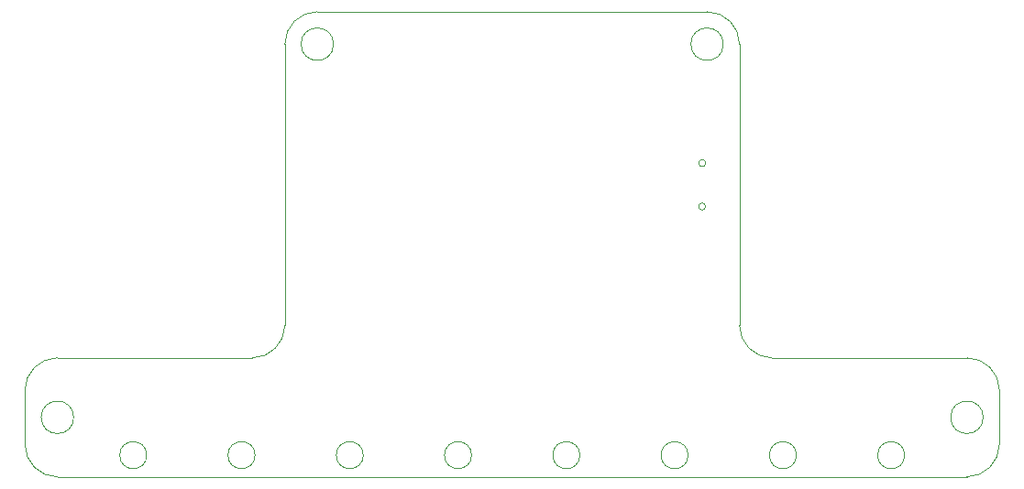
<source format=gbr>
%TF.GenerationSoftware,KiCad,Pcbnew,(7.0.0)*%
%TF.CreationDate,2024-08-27T08:05:48+05:30*%
%TF.ProjectId,Temperature Thing With Thermocouple 3V3,54656d70-6572-4617-9475-726520546869,v2.0.1*%
%TF.SameCoordinates,Original*%
%TF.FileFunction,Profile,NP*%
%FSLAX46Y46*%
G04 Gerber Fmt 4.6, Leading zero omitted, Abs format (unit mm)*
G04 Created by KiCad (PCBNEW (7.0.0)) date 2024-08-27 08:05:48*
%MOMM*%
%LPD*%
G01*
G04 APERTURE LIST*
%TA.AperFunction,Profile*%
%ADD10C,0.100000*%
%TD*%
%TA.AperFunction,Profile*%
%ADD11C,0.050000*%
%TD*%
G04 APERTURE END LIST*
D10*
X165250000Y-121000000D02*
G75*
G03*
X165250000Y-121000000I-1250000J0D01*
G01*
X94000000Y-120000000D02*
G75*
G03*
X97000000Y-123000000I3000000J0D01*
G01*
X181000000Y-123000000D02*
G75*
G03*
X184000000Y-120000000I0J3000000D01*
G01*
X115000000Y-112000000D02*
X97000000Y-112000000D01*
X122500000Y-83000000D02*
G75*
G03*
X122500000Y-83000000I-1500000J0D01*
G01*
X115000000Y-112000000D02*
G75*
G03*
X118000000Y-109000000I0J3000000D01*
G01*
X98500000Y-117500000D02*
G75*
G03*
X98500000Y-117500000I-1500000J0D01*
G01*
X160000000Y-83000000D02*
G75*
G03*
X157000000Y-80000000I-3000000J0D01*
G01*
X155250000Y-121000000D02*
G75*
G03*
X155250000Y-121000000I-1250000J0D01*
G01*
X115250000Y-121000000D02*
G75*
G03*
X115250000Y-121000000I-1250000J0D01*
G01*
X97000000Y-112000000D02*
G75*
G03*
X94000000Y-115000000I0J-3000000D01*
G01*
X97000000Y-123000000D02*
X181000000Y-123000000D01*
X121000000Y-80000000D02*
G75*
G03*
X118000000Y-83000000I0J-3000000D01*
G01*
X105250000Y-121000000D02*
G75*
G03*
X105250000Y-121000000I-1250000J0D01*
G01*
X121000000Y-80000000D02*
X157000000Y-80000000D01*
X125250000Y-121000000D02*
G75*
G03*
X125250000Y-121000000I-1250000J0D01*
G01*
X135250000Y-121000000D02*
G75*
G03*
X135250000Y-121000000I-1250000J0D01*
G01*
X158500000Y-83000000D02*
G75*
G03*
X158500000Y-83000000I-1500000J0D01*
G01*
X183999998Y-115000000D02*
G75*
G03*
X181000000Y-112000002I-2999998J0D01*
G01*
X181000000Y-112000002D02*
X163000000Y-112000000D01*
X94000000Y-115000000D02*
X94000000Y-120000000D01*
X160000000Y-109000000D02*
G75*
G03*
X163000000Y-112000000I3000000J0D01*
G01*
X160000000Y-83000000D02*
X160000000Y-109000000D01*
X182500000Y-117500000D02*
G75*
G03*
X182500000Y-117500000I-1500000J0D01*
G01*
X118000000Y-109000000D02*
X118000000Y-83000000D01*
X175250000Y-121000000D02*
G75*
G03*
X175250000Y-121000000I-1250000J0D01*
G01*
X184000001Y-120000000D02*
X184000000Y-115000000D01*
X145250000Y-121000000D02*
G75*
G03*
X145250000Y-121000000I-1250000J0D01*
G01*
D11*
%TO.C,J13*%
X156870000Y-98000000D02*
G75*
G03*
X156870000Y-98000000I-325000J0D01*
G01*
X156870000Y-94000000D02*
G75*
G03*
X156870000Y-94000000I-325000J0D01*
G01*
%TD*%
M02*

</source>
